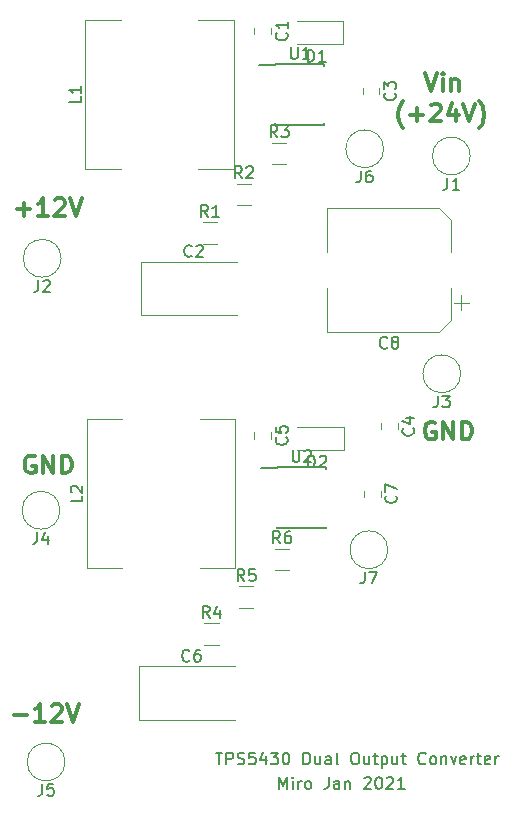
<source format=gbr>
%TF.GenerationSoftware,KiCad,Pcbnew,5.1.6-c6e7f7d~87~ubuntu18.04.1*%
%TF.CreationDate,2021-01-11T16:49:14+13:00*%
%TF.ProjectId,Dual Output Converter,4475616c-204f-4757-9470-757420436f6e,rev?*%
%TF.SameCoordinates,Original*%
%TF.FileFunction,Legend,Top*%
%TF.FilePolarity,Positive*%
%FSLAX46Y46*%
G04 Gerber Fmt 4.6, Leading zero omitted, Abs format (unit mm)*
G04 Created by KiCad (PCBNEW 5.1.6-c6e7f7d~87~ubuntu18.04.1) date 2021-01-11 16:49:14*
%MOMM*%
%LPD*%
G01*
G04 APERTURE LIST*
%ADD10C,0.150000*%
%ADD11C,0.300000*%
%ADD12C,0.120000*%
G04 APERTURE END LIST*
D10*
X89049885Y-120213380D02*
X89049885Y-119213380D01*
X89383219Y-119927666D01*
X89716552Y-119213380D01*
X89716552Y-120213380D01*
X90192742Y-120213380D02*
X90192742Y-119546714D01*
X90192742Y-119213380D02*
X90145123Y-119261000D01*
X90192742Y-119308619D01*
X90240361Y-119261000D01*
X90192742Y-119213380D01*
X90192742Y-119308619D01*
X90668933Y-120213380D02*
X90668933Y-119546714D01*
X90668933Y-119737190D02*
X90716552Y-119641952D01*
X90764171Y-119594333D01*
X90859409Y-119546714D01*
X90954647Y-119546714D01*
X91430838Y-120213380D02*
X91335600Y-120165761D01*
X91287980Y-120118142D01*
X91240361Y-120022904D01*
X91240361Y-119737190D01*
X91287980Y-119641952D01*
X91335600Y-119594333D01*
X91430838Y-119546714D01*
X91573695Y-119546714D01*
X91668933Y-119594333D01*
X91716552Y-119641952D01*
X91764171Y-119737190D01*
X91764171Y-120022904D01*
X91716552Y-120118142D01*
X91668933Y-120165761D01*
X91573695Y-120213380D01*
X91430838Y-120213380D01*
X93240361Y-119213380D02*
X93240361Y-119927666D01*
X93192742Y-120070523D01*
X93097504Y-120165761D01*
X92954647Y-120213380D01*
X92859409Y-120213380D01*
X94145123Y-120213380D02*
X94145123Y-119689571D01*
X94097504Y-119594333D01*
X94002266Y-119546714D01*
X93811790Y-119546714D01*
X93716552Y-119594333D01*
X94145123Y-120165761D02*
X94049885Y-120213380D01*
X93811790Y-120213380D01*
X93716552Y-120165761D01*
X93668933Y-120070523D01*
X93668933Y-119975285D01*
X93716552Y-119880047D01*
X93811790Y-119832428D01*
X94049885Y-119832428D01*
X94145123Y-119784809D01*
X94621314Y-119546714D02*
X94621314Y-120213380D01*
X94621314Y-119641952D02*
X94668933Y-119594333D01*
X94764171Y-119546714D01*
X94907028Y-119546714D01*
X95002266Y-119594333D01*
X95049885Y-119689571D01*
X95049885Y-120213380D01*
X96240361Y-119308619D02*
X96287980Y-119261000D01*
X96383219Y-119213380D01*
X96621314Y-119213380D01*
X96716552Y-119261000D01*
X96764171Y-119308619D01*
X96811790Y-119403857D01*
X96811790Y-119499095D01*
X96764171Y-119641952D01*
X96192742Y-120213380D01*
X96811790Y-120213380D01*
X97430838Y-119213380D02*
X97526076Y-119213380D01*
X97621314Y-119261000D01*
X97668933Y-119308619D01*
X97716552Y-119403857D01*
X97764171Y-119594333D01*
X97764171Y-119832428D01*
X97716552Y-120022904D01*
X97668933Y-120118142D01*
X97621314Y-120165761D01*
X97526076Y-120213380D01*
X97430838Y-120213380D01*
X97335600Y-120165761D01*
X97287980Y-120118142D01*
X97240361Y-120022904D01*
X97192742Y-119832428D01*
X97192742Y-119594333D01*
X97240361Y-119403857D01*
X97287980Y-119308619D01*
X97335600Y-119261000D01*
X97430838Y-119213380D01*
X98145123Y-119308619D02*
X98192742Y-119261000D01*
X98287980Y-119213380D01*
X98526076Y-119213380D01*
X98621314Y-119261000D01*
X98668933Y-119308619D01*
X98716552Y-119403857D01*
X98716552Y-119499095D01*
X98668933Y-119641952D01*
X98097504Y-120213380D01*
X98716552Y-120213380D01*
X99668933Y-120213380D02*
X99097504Y-120213380D01*
X99383219Y-120213380D02*
X99383219Y-119213380D01*
X99287980Y-119356238D01*
X99192742Y-119451476D01*
X99097504Y-119499095D01*
X83680161Y-117130580D02*
X84251590Y-117130580D01*
X83965876Y-118130580D02*
X83965876Y-117130580D01*
X84584923Y-118130580D02*
X84584923Y-117130580D01*
X84965876Y-117130580D01*
X85061114Y-117178200D01*
X85108733Y-117225819D01*
X85156352Y-117321057D01*
X85156352Y-117463914D01*
X85108733Y-117559152D01*
X85061114Y-117606771D01*
X84965876Y-117654390D01*
X84584923Y-117654390D01*
X85537304Y-118082961D02*
X85680161Y-118130580D01*
X85918257Y-118130580D01*
X86013495Y-118082961D01*
X86061114Y-118035342D01*
X86108733Y-117940104D01*
X86108733Y-117844866D01*
X86061114Y-117749628D01*
X86013495Y-117702009D01*
X85918257Y-117654390D01*
X85727780Y-117606771D01*
X85632542Y-117559152D01*
X85584923Y-117511533D01*
X85537304Y-117416295D01*
X85537304Y-117321057D01*
X85584923Y-117225819D01*
X85632542Y-117178200D01*
X85727780Y-117130580D01*
X85965876Y-117130580D01*
X86108733Y-117178200D01*
X87013495Y-117130580D02*
X86537304Y-117130580D01*
X86489685Y-117606771D01*
X86537304Y-117559152D01*
X86632542Y-117511533D01*
X86870638Y-117511533D01*
X86965876Y-117559152D01*
X87013495Y-117606771D01*
X87061114Y-117702009D01*
X87061114Y-117940104D01*
X87013495Y-118035342D01*
X86965876Y-118082961D01*
X86870638Y-118130580D01*
X86632542Y-118130580D01*
X86537304Y-118082961D01*
X86489685Y-118035342D01*
X87918257Y-117463914D02*
X87918257Y-118130580D01*
X87680161Y-117082961D02*
X87442066Y-117797247D01*
X88061114Y-117797247D01*
X88346828Y-117130580D02*
X88965876Y-117130580D01*
X88632542Y-117511533D01*
X88775400Y-117511533D01*
X88870638Y-117559152D01*
X88918257Y-117606771D01*
X88965876Y-117702009D01*
X88965876Y-117940104D01*
X88918257Y-118035342D01*
X88870638Y-118082961D01*
X88775400Y-118130580D01*
X88489685Y-118130580D01*
X88394447Y-118082961D01*
X88346828Y-118035342D01*
X89584923Y-117130580D02*
X89680161Y-117130580D01*
X89775400Y-117178200D01*
X89823019Y-117225819D01*
X89870638Y-117321057D01*
X89918257Y-117511533D01*
X89918257Y-117749628D01*
X89870638Y-117940104D01*
X89823019Y-118035342D01*
X89775400Y-118082961D01*
X89680161Y-118130580D01*
X89584923Y-118130580D01*
X89489685Y-118082961D01*
X89442066Y-118035342D01*
X89394447Y-117940104D01*
X89346828Y-117749628D01*
X89346828Y-117511533D01*
X89394447Y-117321057D01*
X89442066Y-117225819D01*
X89489685Y-117178200D01*
X89584923Y-117130580D01*
X91108733Y-118130580D02*
X91108733Y-117130580D01*
X91346828Y-117130580D01*
X91489685Y-117178200D01*
X91584923Y-117273438D01*
X91632542Y-117368676D01*
X91680161Y-117559152D01*
X91680161Y-117702009D01*
X91632542Y-117892485D01*
X91584923Y-117987723D01*
X91489685Y-118082961D01*
X91346828Y-118130580D01*
X91108733Y-118130580D01*
X92537304Y-117463914D02*
X92537304Y-118130580D01*
X92108733Y-117463914D02*
X92108733Y-117987723D01*
X92156352Y-118082961D01*
X92251590Y-118130580D01*
X92394447Y-118130580D01*
X92489685Y-118082961D01*
X92537304Y-118035342D01*
X93442066Y-118130580D02*
X93442066Y-117606771D01*
X93394447Y-117511533D01*
X93299209Y-117463914D01*
X93108733Y-117463914D01*
X93013495Y-117511533D01*
X93442066Y-118082961D02*
X93346828Y-118130580D01*
X93108733Y-118130580D01*
X93013495Y-118082961D01*
X92965876Y-117987723D01*
X92965876Y-117892485D01*
X93013495Y-117797247D01*
X93108733Y-117749628D01*
X93346828Y-117749628D01*
X93442066Y-117702009D01*
X94061114Y-118130580D02*
X93965876Y-118082961D01*
X93918257Y-117987723D01*
X93918257Y-117130580D01*
X95394447Y-117130580D02*
X95584923Y-117130580D01*
X95680161Y-117178200D01*
X95775400Y-117273438D01*
X95823019Y-117463914D01*
X95823019Y-117797247D01*
X95775400Y-117987723D01*
X95680161Y-118082961D01*
X95584923Y-118130580D01*
X95394447Y-118130580D01*
X95299209Y-118082961D01*
X95203971Y-117987723D01*
X95156352Y-117797247D01*
X95156352Y-117463914D01*
X95203971Y-117273438D01*
X95299209Y-117178200D01*
X95394447Y-117130580D01*
X96680161Y-117463914D02*
X96680161Y-118130580D01*
X96251590Y-117463914D02*
X96251590Y-117987723D01*
X96299209Y-118082961D01*
X96394447Y-118130580D01*
X96537304Y-118130580D01*
X96632542Y-118082961D01*
X96680161Y-118035342D01*
X97013495Y-117463914D02*
X97394447Y-117463914D01*
X97156352Y-117130580D02*
X97156352Y-117987723D01*
X97203971Y-118082961D01*
X97299209Y-118130580D01*
X97394447Y-118130580D01*
X97727780Y-117463914D02*
X97727780Y-118463914D01*
X97727780Y-117511533D02*
X97823019Y-117463914D01*
X98013495Y-117463914D01*
X98108733Y-117511533D01*
X98156352Y-117559152D01*
X98203971Y-117654390D01*
X98203971Y-117940104D01*
X98156352Y-118035342D01*
X98108733Y-118082961D01*
X98013495Y-118130580D01*
X97823019Y-118130580D01*
X97727780Y-118082961D01*
X99061114Y-117463914D02*
X99061114Y-118130580D01*
X98632542Y-117463914D02*
X98632542Y-117987723D01*
X98680161Y-118082961D01*
X98775400Y-118130580D01*
X98918257Y-118130580D01*
X99013495Y-118082961D01*
X99061114Y-118035342D01*
X99394447Y-117463914D02*
X99775400Y-117463914D01*
X99537304Y-117130580D02*
X99537304Y-117987723D01*
X99584923Y-118082961D01*
X99680161Y-118130580D01*
X99775400Y-118130580D01*
X101442066Y-118035342D02*
X101394447Y-118082961D01*
X101251590Y-118130580D01*
X101156352Y-118130580D01*
X101013495Y-118082961D01*
X100918257Y-117987723D01*
X100870638Y-117892485D01*
X100823019Y-117702009D01*
X100823019Y-117559152D01*
X100870638Y-117368676D01*
X100918257Y-117273438D01*
X101013495Y-117178200D01*
X101156352Y-117130580D01*
X101251590Y-117130580D01*
X101394447Y-117178200D01*
X101442066Y-117225819D01*
X102013495Y-118130580D02*
X101918257Y-118082961D01*
X101870638Y-118035342D01*
X101823019Y-117940104D01*
X101823019Y-117654390D01*
X101870638Y-117559152D01*
X101918257Y-117511533D01*
X102013495Y-117463914D01*
X102156352Y-117463914D01*
X102251590Y-117511533D01*
X102299209Y-117559152D01*
X102346828Y-117654390D01*
X102346828Y-117940104D01*
X102299209Y-118035342D01*
X102251590Y-118082961D01*
X102156352Y-118130580D01*
X102013495Y-118130580D01*
X102775400Y-117463914D02*
X102775400Y-118130580D01*
X102775400Y-117559152D02*
X102823019Y-117511533D01*
X102918257Y-117463914D01*
X103061114Y-117463914D01*
X103156352Y-117511533D01*
X103203971Y-117606771D01*
X103203971Y-118130580D01*
X103584923Y-117463914D02*
X103823019Y-118130580D01*
X104061114Y-117463914D01*
X104823019Y-118082961D02*
X104727780Y-118130580D01*
X104537304Y-118130580D01*
X104442066Y-118082961D01*
X104394447Y-117987723D01*
X104394447Y-117606771D01*
X104442066Y-117511533D01*
X104537304Y-117463914D01*
X104727780Y-117463914D01*
X104823019Y-117511533D01*
X104870638Y-117606771D01*
X104870638Y-117702009D01*
X104394447Y-117797247D01*
X105299209Y-118130580D02*
X105299209Y-117463914D01*
X105299209Y-117654390D02*
X105346828Y-117559152D01*
X105394447Y-117511533D01*
X105489685Y-117463914D01*
X105584923Y-117463914D01*
X105775400Y-117463914D02*
X106156352Y-117463914D01*
X105918257Y-117130580D02*
X105918257Y-117987723D01*
X105965876Y-118082961D01*
X106061114Y-118130580D01*
X106156352Y-118130580D01*
X106870638Y-118082961D02*
X106775399Y-118130580D01*
X106584923Y-118130580D01*
X106489685Y-118082961D01*
X106442066Y-117987723D01*
X106442066Y-117606771D01*
X106489685Y-117511533D01*
X106584923Y-117463914D01*
X106775399Y-117463914D01*
X106870638Y-117511533D01*
X106918257Y-117606771D01*
X106918257Y-117702009D01*
X106442066Y-117797247D01*
X107346828Y-118130580D02*
X107346828Y-117463914D01*
X107346828Y-117654390D02*
X107394447Y-117559152D01*
X107442066Y-117511533D01*
X107537304Y-117463914D01*
X107632542Y-117463914D01*
D11*
X102235142Y-89191400D02*
X102092285Y-89119971D01*
X101878000Y-89119971D01*
X101663714Y-89191400D01*
X101520857Y-89334257D01*
X101449428Y-89477114D01*
X101378000Y-89762828D01*
X101378000Y-89977114D01*
X101449428Y-90262828D01*
X101520857Y-90405685D01*
X101663714Y-90548542D01*
X101878000Y-90619971D01*
X102020857Y-90619971D01*
X102235142Y-90548542D01*
X102306571Y-90477114D01*
X102306571Y-89977114D01*
X102020857Y-89977114D01*
X102949428Y-90619971D02*
X102949428Y-89119971D01*
X103806571Y-90619971D01*
X103806571Y-89119971D01*
X104520857Y-90619971D02*
X104520857Y-89119971D01*
X104878000Y-89119971D01*
X105092285Y-89191400D01*
X105235142Y-89334257D01*
X105306571Y-89477114D01*
X105378000Y-89762828D01*
X105378000Y-89977114D01*
X105306571Y-90262828D01*
X105235142Y-90405685D01*
X105092285Y-90548542D01*
X104878000Y-90619971D01*
X104520857Y-90619971D01*
X99554114Y-64267400D02*
X99482685Y-64195971D01*
X99339828Y-63981685D01*
X99268400Y-63838828D01*
X99196971Y-63624542D01*
X99125542Y-63267400D01*
X99125542Y-62981685D01*
X99196971Y-62624542D01*
X99268400Y-62410257D01*
X99339828Y-62267400D01*
X99482685Y-62053114D01*
X99554114Y-61981685D01*
X100125542Y-63124542D02*
X101268400Y-63124542D01*
X100696971Y-63695971D02*
X100696971Y-62553114D01*
X101911257Y-62338828D02*
X101982685Y-62267400D01*
X102125542Y-62195971D01*
X102482685Y-62195971D01*
X102625542Y-62267400D01*
X102696971Y-62338828D01*
X102768400Y-62481685D01*
X102768400Y-62624542D01*
X102696971Y-62838828D01*
X101839828Y-63695971D01*
X102768400Y-63695971D01*
X104054114Y-62695971D02*
X104054114Y-63695971D01*
X103696971Y-62124542D02*
X103339828Y-63195971D01*
X104268400Y-63195971D01*
X104625542Y-62195971D02*
X105125542Y-63695971D01*
X105625542Y-62195971D01*
X105982685Y-64267400D02*
X106054114Y-64195971D01*
X106196971Y-63981685D01*
X106268400Y-63838828D01*
X106339828Y-63624542D01*
X106411257Y-63267400D01*
X106411257Y-62981685D01*
X106339828Y-62624542D01*
X106268400Y-62410257D01*
X106196971Y-62267400D01*
X106054114Y-62053114D01*
X105982685Y-61981685D01*
X101410485Y-59579771D02*
X101910485Y-61079771D01*
X102410485Y-59579771D01*
X102910485Y-61079771D02*
X102910485Y-60079771D01*
X102910485Y-59579771D02*
X102839057Y-59651200D01*
X102910485Y-59722628D01*
X102981914Y-59651200D01*
X102910485Y-59579771D01*
X102910485Y-59722628D01*
X103624771Y-60079771D02*
X103624771Y-61079771D01*
X103624771Y-60222628D02*
X103696200Y-60151200D01*
X103839057Y-60079771D01*
X104053342Y-60079771D01*
X104196200Y-60151200D01*
X104267628Y-60294057D01*
X104267628Y-61079771D01*
X68351542Y-92061600D02*
X68208685Y-91990171D01*
X67994400Y-91990171D01*
X67780114Y-92061600D01*
X67637257Y-92204457D01*
X67565828Y-92347314D01*
X67494400Y-92633028D01*
X67494400Y-92847314D01*
X67565828Y-93133028D01*
X67637257Y-93275885D01*
X67780114Y-93418742D01*
X67994400Y-93490171D01*
X68137257Y-93490171D01*
X68351542Y-93418742D01*
X68422971Y-93347314D01*
X68422971Y-92847314D01*
X68137257Y-92847314D01*
X69065828Y-93490171D02*
X69065828Y-91990171D01*
X69922971Y-93490171D01*
X69922971Y-91990171D01*
X70637257Y-93490171D02*
X70637257Y-91990171D01*
X70994400Y-91990171D01*
X71208685Y-92061600D01*
X71351542Y-92204457D01*
X71422971Y-92347314D01*
X71494400Y-92633028D01*
X71494400Y-92847314D01*
X71422971Y-93133028D01*
X71351542Y-93275885D01*
X71208685Y-93418742D01*
X70994400Y-93490171D01*
X70637257Y-93490171D01*
X66597542Y-113949942D02*
X67740400Y-113949942D01*
X69240400Y-114521371D02*
X68383257Y-114521371D01*
X68811828Y-114521371D02*
X68811828Y-113021371D01*
X68668971Y-113235657D01*
X68526114Y-113378514D01*
X68383257Y-113449942D01*
X69811828Y-113164228D02*
X69883257Y-113092800D01*
X70026114Y-113021371D01*
X70383257Y-113021371D01*
X70526114Y-113092800D01*
X70597542Y-113164228D01*
X70668971Y-113307085D01*
X70668971Y-113449942D01*
X70597542Y-113664228D01*
X69740400Y-114521371D01*
X70668971Y-114521371D01*
X71097542Y-113021371D02*
X71597542Y-114521371D01*
X72097542Y-113021371D01*
X66851542Y-71150942D02*
X67994400Y-71150942D01*
X67422971Y-71722371D02*
X67422971Y-70579514D01*
X69494400Y-71722371D02*
X68637257Y-71722371D01*
X69065828Y-71722371D02*
X69065828Y-70222371D01*
X68922971Y-70436657D01*
X68780114Y-70579514D01*
X68637257Y-70650942D01*
X70065828Y-70365228D02*
X70137257Y-70293800D01*
X70280114Y-70222371D01*
X70637257Y-70222371D01*
X70780114Y-70293800D01*
X70851542Y-70365228D01*
X70922971Y-70508085D01*
X70922971Y-70650942D01*
X70851542Y-70865228D01*
X69994400Y-71722371D01*
X70922971Y-71722371D01*
X71351542Y-70222371D02*
X71851542Y-71722371D01*
X72351542Y-70222371D01*
D12*
%TO.C,C1*%
X86945400Y-55773822D02*
X86945400Y-56290978D01*
X88365400Y-55773822D02*
X88365400Y-56290978D01*
%TO.C,C3*%
X96114800Y-60881522D02*
X96114800Y-61398678D01*
X97534800Y-60881522D02*
X97534800Y-61398678D01*
%TO.C,C4*%
X99084200Y-89253322D02*
X99084200Y-89770478D01*
X97664200Y-89253322D02*
X97664200Y-89770478D01*
%TO.C,C5*%
X86945400Y-90027522D02*
X86945400Y-90544678D01*
X88365400Y-90027522D02*
X88365400Y-90544678D01*
%TO.C,C7*%
X97636400Y-94955122D02*
X97636400Y-95472278D01*
X96216400Y-94955122D02*
X96216400Y-95472278D01*
%TO.C,C8*%
X93102000Y-71016200D02*
X93102000Y-74766200D01*
X93102000Y-81536200D02*
X93102000Y-77786200D01*
X102557563Y-81536200D02*
X93102000Y-81536200D01*
X102557563Y-71016200D02*
X93102000Y-71016200D01*
X103622000Y-72080637D02*
X103622000Y-74766200D01*
X103622000Y-80471763D02*
X103622000Y-77786200D01*
X103622000Y-80471763D02*
X102557563Y-81536200D01*
X103622000Y-72080637D02*
X102557563Y-71016200D01*
X105112000Y-79036200D02*
X103862000Y-79036200D01*
X104487000Y-79661200D02*
X104487000Y-78411200D01*
%TO.C,D1*%
X94453000Y-57184800D02*
X90553000Y-57184800D01*
X94453000Y-55184800D02*
X90553000Y-55184800D01*
X94453000Y-57184800D02*
X94453000Y-55184800D01*
%TO.C,D2*%
X94502800Y-91537800D02*
X94502800Y-89537800D01*
X94502800Y-89537800D02*
X90602800Y-89537800D01*
X94502800Y-91537800D02*
X90602800Y-91537800D01*
%TO.C,J1*%
X105232781Y-66624200D02*
G75*
G03*
X105232781Y-66624200I-1600781J0D01*
G01*
%TO.C,J2*%
X70587181Y-75285600D02*
G75*
G03*
X70587181Y-75285600I-1600781J0D01*
G01*
%TO.C,J3*%
X104419981Y-85064600D02*
G75*
G03*
X104419981Y-85064600I-1600781J0D01*
G01*
%TO.C,J4*%
X70485581Y-96621600D02*
G75*
G03*
X70485581Y-96621600I-1600781J0D01*
G01*
%TO.C,J5*%
X70917381Y-117932200D02*
G75*
G03*
X70917381Y-117932200I-1600781J0D01*
G01*
%TO.C,J6*%
X97892181Y-66014600D02*
G75*
G03*
X97892181Y-66014600I-1600781J0D01*
G01*
%TO.C,J7*%
X98247781Y-99961200D02*
G75*
G03*
X98247781Y-99961200I-1600781J0D01*
G01*
%TO.C,L1*%
X72617800Y-55120200D02*
X75617800Y-55120200D01*
X72617800Y-67720200D02*
X72617800Y-55120200D01*
X75617800Y-67720200D02*
X72617800Y-67720200D01*
X85217800Y-67720200D02*
X82217800Y-67720200D01*
X85217800Y-55120200D02*
X85217800Y-67720200D01*
X82217800Y-55120200D02*
X85217800Y-55120200D01*
%TO.C,L2*%
X82344800Y-88914400D02*
X85344800Y-88914400D01*
X85344800Y-88914400D02*
X85344800Y-101514400D01*
X85344800Y-101514400D02*
X82344800Y-101514400D01*
X75744800Y-101514400D02*
X72744800Y-101514400D01*
X72744800Y-101514400D02*
X72744800Y-88914400D01*
X72744800Y-88914400D02*
X75744800Y-88914400D01*
%TO.C,R1*%
X82579936Y-74062000D02*
X83784064Y-74062000D01*
X82579936Y-72242000D02*
X83784064Y-72242000D01*
D10*
%TO.C,U1*%
X88730000Y-58917600D02*
X87330000Y-58917600D01*
X88730000Y-64017600D02*
X92880000Y-64017600D01*
X88730000Y-58867600D02*
X92880000Y-58867600D01*
X88730000Y-64017600D02*
X88730000Y-63872600D01*
X92880000Y-64017600D02*
X92880000Y-63872600D01*
X92880000Y-58867600D02*
X92880000Y-59012600D01*
X88730000Y-58867600D02*
X88730000Y-58917600D01*
%TO.C,U2*%
X88882400Y-92992000D02*
X88882400Y-93042000D01*
X93032400Y-92992000D02*
X93032400Y-93137000D01*
X93032400Y-98142000D02*
X93032400Y-97997000D01*
X88882400Y-98142000D02*
X88882400Y-97997000D01*
X88882400Y-92992000D02*
X93032400Y-92992000D01*
X88882400Y-98142000D02*
X93032400Y-98142000D01*
X88882400Y-93042000D02*
X87482400Y-93042000D01*
D12*
%TO.C,C2*%
X85451700Y-75565600D02*
X77391700Y-75565600D01*
X77391700Y-75565600D02*
X77391700Y-80085600D01*
X77391700Y-80085600D02*
X85451700Y-80085600D01*
%TO.C,C6*%
X77213900Y-114337000D02*
X85273900Y-114337000D01*
X77213900Y-109817000D02*
X77213900Y-114337000D01*
X85273900Y-109817000D02*
X77213900Y-109817000D01*
%TO.C,R2*%
X85464236Y-70785400D02*
X86668364Y-70785400D01*
X85464236Y-68965400D02*
X86668364Y-68965400D01*
%TO.C,R3*%
X88461436Y-65485600D02*
X89665564Y-65485600D01*
X88461436Y-67305600D02*
X89665564Y-67305600D01*
%TO.C,R4*%
X82721036Y-108008600D02*
X83925164Y-108008600D01*
X82721036Y-106188600D02*
X83925164Y-106188600D01*
%TO.C,R5*%
X85667436Y-103064400D02*
X86871564Y-103064400D01*
X85667436Y-104884400D02*
X86871564Y-104884400D01*
%TO.C,R6*%
X88690036Y-101684000D02*
X89894164Y-101684000D01*
X88690036Y-99864000D02*
X89894164Y-99864000D01*
%TO.C,C1*%
D10*
X89662542Y-56199066D02*
X89710161Y-56246685D01*
X89757780Y-56389542D01*
X89757780Y-56484780D01*
X89710161Y-56627638D01*
X89614923Y-56722876D01*
X89519685Y-56770495D01*
X89329209Y-56818114D01*
X89186352Y-56818114D01*
X88995876Y-56770495D01*
X88900638Y-56722876D01*
X88805400Y-56627638D01*
X88757780Y-56484780D01*
X88757780Y-56389542D01*
X88805400Y-56246685D01*
X88853019Y-56199066D01*
X89757780Y-55246685D02*
X89757780Y-55818114D01*
X89757780Y-55532400D02*
X88757780Y-55532400D01*
X88900638Y-55627638D01*
X88995876Y-55722876D01*
X89043495Y-55818114D01*
%TO.C,C3*%
X98831942Y-61306766D02*
X98879561Y-61354385D01*
X98927180Y-61497242D01*
X98927180Y-61592480D01*
X98879561Y-61735338D01*
X98784323Y-61830576D01*
X98689085Y-61878195D01*
X98498609Y-61925814D01*
X98355752Y-61925814D01*
X98165276Y-61878195D01*
X98070038Y-61830576D01*
X97974800Y-61735338D01*
X97927180Y-61592480D01*
X97927180Y-61497242D01*
X97974800Y-61354385D01*
X98022419Y-61306766D01*
X97927180Y-60973433D02*
X97927180Y-60354385D01*
X98308133Y-60687719D01*
X98308133Y-60544861D01*
X98355752Y-60449623D01*
X98403371Y-60402004D01*
X98498609Y-60354385D01*
X98736704Y-60354385D01*
X98831942Y-60402004D01*
X98879561Y-60449623D01*
X98927180Y-60544861D01*
X98927180Y-60830576D01*
X98879561Y-60925814D01*
X98831942Y-60973433D01*
%TO.C,C4*%
X100381342Y-89678566D02*
X100428961Y-89726185D01*
X100476580Y-89869042D01*
X100476580Y-89964280D01*
X100428961Y-90107138D01*
X100333723Y-90202376D01*
X100238485Y-90249995D01*
X100048009Y-90297614D01*
X99905152Y-90297614D01*
X99714676Y-90249995D01*
X99619438Y-90202376D01*
X99524200Y-90107138D01*
X99476580Y-89964280D01*
X99476580Y-89869042D01*
X99524200Y-89726185D01*
X99571819Y-89678566D01*
X99809914Y-88821423D02*
X100476580Y-88821423D01*
X99428961Y-89059519D02*
X100143247Y-89297614D01*
X100143247Y-88678566D01*
%TO.C,C5*%
X89662542Y-90452766D02*
X89710161Y-90500385D01*
X89757780Y-90643242D01*
X89757780Y-90738480D01*
X89710161Y-90881338D01*
X89614923Y-90976576D01*
X89519685Y-91024195D01*
X89329209Y-91071814D01*
X89186352Y-91071814D01*
X88995876Y-91024195D01*
X88900638Y-90976576D01*
X88805400Y-90881338D01*
X88757780Y-90738480D01*
X88757780Y-90643242D01*
X88805400Y-90500385D01*
X88853019Y-90452766D01*
X88757780Y-89548004D02*
X88757780Y-90024195D01*
X89233971Y-90071814D01*
X89186352Y-90024195D01*
X89138733Y-89928957D01*
X89138733Y-89690861D01*
X89186352Y-89595623D01*
X89233971Y-89548004D01*
X89329209Y-89500385D01*
X89567304Y-89500385D01*
X89662542Y-89548004D01*
X89710161Y-89595623D01*
X89757780Y-89690861D01*
X89757780Y-89928957D01*
X89710161Y-90024195D01*
X89662542Y-90071814D01*
%TO.C,C7*%
X98933542Y-95380366D02*
X98981161Y-95427985D01*
X99028780Y-95570842D01*
X99028780Y-95666080D01*
X98981161Y-95808938D01*
X98885923Y-95904176D01*
X98790685Y-95951795D01*
X98600209Y-95999414D01*
X98457352Y-95999414D01*
X98266876Y-95951795D01*
X98171638Y-95904176D01*
X98076400Y-95808938D01*
X98028780Y-95666080D01*
X98028780Y-95570842D01*
X98076400Y-95427985D01*
X98124019Y-95380366D01*
X98028780Y-95047033D02*
X98028780Y-94380366D01*
X99028780Y-94808938D01*
%TO.C,C8*%
X98195333Y-82833342D02*
X98147714Y-82880961D01*
X98004857Y-82928580D01*
X97909619Y-82928580D01*
X97766761Y-82880961D01*
X97671523Y-82785723D01*
X97623904Y-82690485D01*
X97576285Y-82500009D01*
X97576285Y-82357152D01*
X97623904Y-82166676D01*
X97671523Y-82071438D01*
X97766761Y-81976200D01*
X97909619Y-81928580D01*
X98004857Y-81928580D01*
X98147714Y-81976200D01*
X98195333Y-82023819D01*
X98766761Y-82357152D02*
X98671523Y-82309533D01*
X98623904Y-82261914D01*
X98576285Y-82166676D01*
X98576285Y-82119057D01*
X98623904Y-82023819D01*
X98671523Y-81976200D01*
X98766761Y-81928580D01*
X98957238Y-81928580D01*
X99052476Y-81976200D01*
X99100095Y-82023819D01*
X99147714Y-82119057D01*
X99147714Y-82166676D01*
X99100095Y-82261914D01*
X99052476Y-82309533D01*
X98957238Y-82357152D01*
X98766761Y-82357152D01*
X98671523Y-82404771D01*
X98623904Y-82452390D01*
X98576285Y-82547628D01*
X98576285Y-82738104D01*
X98623904Y-82833342D01*
X98671523Y-82880961D01*
X98766761Y-82928580D01*
X98957238Y-82928580D01*
X99052476Y-82880961D01*
X99100095Y-82833342D01*
X99147714Y-82738104D01*
X99147714Y-82547628D01*
X99100095Y-82452390D01*
X99052476Y-82404771D01*
X98957238Y-82357152D01*
%TO.C,D1*%
X91464904Y-58637180D02*
X91464904Y-57637180D01*
X91703000Y-57637180D01*
X91845857Y-57684800D01*
X91941095Y-57780038D01*
X91988714Y-57875276D01*
X92036333Y-58065752D01*
X92036333Y-58208609D01*
X91988714Y-58399085D01*
X91941095Y-58494323D01*
X91845857Y-58589561D01*
X91703000Y-58637180D01*
X91464904Y-58637180D01*
X92988714Y-58637180D02*
X92417285Y-58637180D01*
X92703000Y-58637180D02*
X92703000Y-57637180D01*
X92607761Y-57780038D01*
X92512523Y-57875276D01*
X92417285Y-57922895D01*
%TO.C,D2*%
X91514704Y-92990180D02*
X91514704Y-91990180D01*
X91752800Y-91990180D01*
X91895657Y-92037800D01*
X91990895Y-92133038D01*
X92038514Y-92228276D01*
X92086133Y-92418752D01*
X92086133Y-92561609D01*
X92038514Y-92752085D01*
X91990895Y-92847323D01*
X91895657Y-92942561D01*
X91752800Y-92990180D01*
X91514704Y-92990180D01*
X92467085Y-92085419D02*
X92514704Y-92037800D01*
X92609942Y-91990180D01*
X92848038Y-91990180D01*
X92943276Y-92037800D01*
X92990895Y-92085419D01*
X93038514Y-92180657D01*
X93038514Y-92275895D01*
X92990895Y-92418752D01*
X92419466Y-92990180D01*
X93038514Y-92990180D01*
%TO.C,J1*%
X103298666Y-68476580D02*
X103298666Y-69190866D01*
X103251047Y-69333723D01*
X103155809Y-69428961D01*
X103012952Y-69476580D01*
X102917714Y-69476580D01*
X104298666Y-69476580D02*
X103727238Y-69476580D01*
X104012952Y-69476580D02*
X104012952Y-68476580D01*
X103917714Y-68619438D01*
X103822476Y-68714676D01*
X103727238Y-68762295D01*
%TO.C,J2*%
X68653066Y-77137980D02*
X68653066Y-77852266D01*
X68605447Y-77995123D01*
X68510209Y-78090361D01*
X68367352Y-78137980D01*
X68272114Y-78137980D01*
X69081638Y-77233219D02*
X69129257Y-77185600D01*
X69224495Y-77137980D01*
X69462590Y-77137980D01*
X69557828Y-77185600D01*
X69605447Y-77233219D01*
X69653066Y-77328457D01*
X69653066Y-77423695D01*
X69605447Y-77566552D01*
X69034019Y-78137980D01*
X69653066Y-78137980D01*
%TO.C,J3*%
X102485866Y-86916980D02*
X102485866Y-87631266D01*
X102438247Y-87774123D01*
X102343009Y-87869361D01*
X102200152Y-87916980D01*
X102104914Y-87916980D01*
X102866819Y-86916980D02*
X103485866Y-86916980D01*
X103152533Y-87297933D01*
X103295390Y-87297933D01*
X103390628Y-87345552D01*
X103438247Y-87393171D01*
X103485866Y-87488409D01*
X103485866Y-87726504D01*
X103438247Y-87821742D01*
X103390628Y-87869361D01*
X103295390Y-87916980D01*
X103009676Y-87916980D01*
X102914438Y-87869361D01*
X102866819Y-87821742D01*
%TO.C,J4*%
X68551466Y-98473980D02*
X68551466Y-99188266D01*
X68503847Y-99331123D01*
X68408609Y-99426361D01*
X68265752Y-99473980D01*
X68170514Y-99473980D01*
X69456228Y-98807314D02*
X69456228Y-99473980D01*
X69218133Y-98426361D02*
X68980038Y-99140647D01*
X69599085Y-99140647D01*
%TO.C,J5*%
X68983266Y-119784580D02*
X68983266Y-120498866D01*
X68935647Y-120641723D01*
X68840409Y-120736961D01*
X68697552Y-120784580D01*
X68602314Y-120784580D01*
X69935647Y-119784580D02*
X69459457Y-119784580D01*
X69411838Y-120260771D01*
X69459457Y-120213152D01*
X69554695Y-120165533D01*
X69792790Y-120165533D01*
X69888028Y-120213152D01*
X69935647Y-120260771D01*
X69983266Y-120356009D01*
X69983266Y-120594104D01*
X69935647Y-120689342D01*
X69888028Y-120736961D01*
X69792790Y-120784580D01*
X69554695Y-120784580D01*
X69459457Y-120736961D01*
X69411838Y-120689342D01*
%TO.C,J6*%
X95958066Y-67866980D02*
X95958066Y-68581266D01*
X95910447Y-68724123D01*
X95815209Y-68819361D01*
X95672352Y-68866980D01*
X95577114Y-68866980D01*
X96862828Y-67866980D02*
X96672352Y-67866980D01*
X96577114Y-67914600D01*
X96529495Y-67962219D01*
X96434257Y-68105076D01*
X96386638Y-68295552D01*
X96386638Y-68676504D01*
X96434257Y-68771742D01*
X96481876Y-68819361D01*
X96577114Y-68866980D01*
X96767590Y-68866980D01*
X96862828Y-68819361D01*
X96910447Y-68771742D01*
X96958066Y-68676504D01*
X96958066Y-68438409D01*
X96910447Y-68343171D01*
X96862828Y-68295552D01*
X96767590Y-68247933D01*
X96577114Y-68247933D01*
X96481876Y-68295552D01*
X96434257Y-68343171D01*
X96386638Y-68438409D01*
%TO.C,J7*%
X96313666Y-101813580D02*
X96313666Y-102527866D01*
X96266047Y-102670723D01*
X96170809Y-102765961D01*
X96027952Y-102813580D01*
X95932714Y-102813580D01*
X96694619Y-101813580D02*
X97361285Y-101813580D01*
X96932714Y-102813580D01*
%TO.C,L1*%
X72270180Y-61586866D02*
X72270180Y-62063057D01*
X71270180Y-62063057D01*
X72270180Y-60729723D02*
X72270180Y-61301152D01*
X72270180Y-61015438D02*
X71270180Y-61015438D01*
X71413038Y-61110676D01*
X71508276Y-61205914D01*
X71555895Y-61301152D01*
%TO.C,L2*%
X72397180Y-95381066D02*
X72397180Y-95857257D01*
X71397180Y-95857257D01*
X71492419Y-95095352D02*
X71444800Y-95047733D01*
X71397180Y-94952495D01*
X71397180Y-94714400D01*
X71444800Y-94619161D01*
X71492419Y-94571542D01*
X71587657Y-94523923D01*
X71682895Y-94523923D01*
X71825752Y-94571542D01*
X72397180Y-95142971D01*
X72397180Y-94523923D01*
%TO.C,R1*%
X83015333Y-71784380D02*
X82682000Y-71308190D01*
X82443904Y-71784380D02*
X82443904Y-70784380D01*
X82824857Y-70784380D01*
X82920095Y-70832000D01*
X82967714Y-70879619D01*
X83015333Y-70974857D01*
X83015333Y-71117714D01*
X82967714Y-71212952D01*
X82920095Y-71260571D01*
X82824857Y-71308190D01*
X82443904Y-71308190D01*
X83967714Y-71784380D02*
X83396285Y-71784380D01*
X83682000Y-71784380D02*
X83682000Y-70784380D01*
X83586761Y-70927238D01*
X83491523Y-71022476D01*
X83396285Y-71070095D01*
%TO.C,U1*%
X90043095Y-57394980D02*
X90043095Y-58204504D01*
X90090714Y-58299742D01*
X90138333Y-58347361D01*
X90233571Y-58394980D01*
X90424047Y-58394980D01*
X90519285Y-58347361D01*
X90566904Y-58299742D01*
X90614523Y-58204504D01*
X90614523Y-57394980D01*
X91614523Y-58394980D02*
X91043095Y-58394980D01*
X91328809Y-58394980D02*
X91328809Y-57394980D01*
X91233571Y-57537838D01*
X91138333Y-57633076D01*
X91043095Y-57680695D01*
%TO.C,U2*%
X90195495Y-91519380D02*
X90195495Y-92328904D01*
X90243114Y-92424142D01*
X90290733Y-92471761D01*
X90385971Y-92519380D01*
X90576447Y-92519380D01*
X90671685Y-92471761D01*
X90719304Y-92424142D01*
X90766923Y-92328904D01*
X90766923Y-91519380D01*
X91195495Y-91614619D02*
X91243114Y-91567000D01*
X91338352Y-91519380D01*
X91576447Y-91519380D01*
X91671685Y-91567000D01*
X91719304Y-91614619D01*
X91766923Y-91709857D01*
X91766923Y-91805095D01*
X91719304Y-91947952D01*
X91147876Y-92519380D01*
X91766923Y-92519380D01*
%TO.C,C2*%
X81635033Y-75082742D02*
X81587414Y-75130361D01*
X81444557Y-75177980D01*
X81349319Y-75177980D01*
X81206461Y-75130361D01*
X81111223Y-75035123D01*
X81063604Y-74939885D01*
X81015985Y-74749409D01*
X81015985Y-74606552D01*
X81063604Y-74416076D01*
X81111223Y-74320838D01*
X81206461Y-74225600D01*
X81349319Y-74177980D01*
X81444557Y-74177980D01*
X81587414Y-74225600D01*
X81635033Y-74273219D01*
X82015985Y-74273219D02*
X82063604Y-74225600D01*
X82158842Y-74177980D01*
X82396938Y-74177980D01*
X82492176Y-74225600D01*
X82539795Y-74273219D01*
X82587414Y-74368457D01*
X82587414Y-74463695D01*
X82539795Y-74606552D01*
X81968366Y-75177980D01*
X82587414Y-75177980D01*
%TO.C,C6*%
X81457233Y-109334142D02*
X81409614Y-109381761D01*
X81266757Y-109429380D01*
X81171519Y-109429380D01*
X81028661Y-109381761D01*
X80933423Y-109286523D01*
X80885804Y-109191285D01*
X80838185Y-109000809D01*
X80838185Y-108857952D01*
X80885804Y-108667476D01*
X80933423Y-108572238D01*
X81028661Y-108477000D01*
X81171519Y-108429380D01*
X81266757Y-108429380D01*
X81409614Y-108477000D01*
X81457233Y-108524619D01*
X82314376Y-108429380D02*
X82123900Y-108429380D01*
X82028661Y-108477000D01*
X81981042Y-108524619D01*
X81885804Y-108667476D01*
X81838185Y-108857952D01*
X81838185Y-109238904D01*
X81885804Y-109334142D01*
X81933423Y-109381761D01*
X82028661Y-109429380D01*
X82219138Y-109429380D01*
X82314376Y-109381761D01*
X82361995Y-109334142D01*
X82409614Y-109238904D01*
X82409614Y-109000809D01*
X82361995Y-108905571D01*
X82314376Y-108857952D01*
X82219138Y-108810333D01*
X82028661Y-108810333D01*
X81933423Y-108857952D01*
X81885804Y-108905571D01*
X81838185Y-109000809D01*
%TO.C,R2*%
X85899633Y-68507780D02*
X85566300Y-68031590D01*
X85328204Y-68507780D02*
X85328204Y-67507780D01*
X85709157Y-67507780D01*
X85804395Y-67555400D01*
X85852014Y-67603019D01*
X85899633Y-67698257D01*
X85899633Y-67841114D01*
X85852014Y-67936352D01*
X85804395Y-67983971D01*
X85709157Y-68031590D01*
X85328204Y-68031590D01*
X86280585Y-67603019D02*
X86328204Y-67555400D01*
X86423442Y-67507780D01*
X86661538Y-67507780D01*
X86756776Y-67555400D01*
X86804395Y-67603019D01*
X86852014Y-67698257D01*
X86852014Y-67793495D01*
X86804395Y-67936352D01*
X86232966Y-68507780D01*
X86852014Y-68507780D01*
%TO.C,R3*%
X88896833Y-65027980D02*
X88563500Y-64551790D01*
X88325404Y-65027980D02*
X88325404Y-64027980D01*
X88706357Y-64027980D01*
X88801595Y-64075600D01*
X88849214Y-64123219D01*
X88896833Y-64218457D01*
X88896833Y-64361314D01*
X88849214Y-64456552D01*
X88801595Y-64504171D01*
X88706357Y-64551790D01*
X88325404Y-64551790D01*
X89230166Y-64027980D02*
X89849214Y-64027980D01*
X89515880Y-64408933D01*
X89658738Y-64408933D01*
X89753976Y-64456552D01*
X89801595Y-64504171D01*
X89849214Y-64599409D01*
X89849214Y-64837504D01*
X89801595Y-64932742D01*
X89753976Y-64980361D01*
X89658738Y-65027980D01*
X89373023Y-65027980D01*
X89277785Y-64980361D01*
X89230166Y-64932742D01*
%TO.C,R4*%
X83156433Y-105730980D02*
X82823100Y-105254790D01*
X82585004Y-105730980D02*
X82585004Y-104730980D01*
X82965957Y-104730980D01*
X83061195Y-104778600D01*
X83108814Y-104826219D01*
X83156433Y-104921457D01*
X83156433Y-105064314D01*
X83108814Y-105159552D01*
X83061195Y-105207171D01*
X82965957Y-105254790D01*
X82585004Y-105254790D01*
X84013576Y-105064314D02*
X84013576Y-105730980D01*
X83775480Y-104683361D02*
X83537385Y-105397647D01*
X84156433Y-105397647D01*
%TO.C,R5*%
X86102833Y-102606780D02*
X85769500Y-102130590D01*
X85531404Y-102606780D02*
X85531404Y-101606780D01*
X85912357Y-101606780D01*
X86007595Y-101654400D01*
X86055214Y-101702019D01*
X86102833Y-101797257D01*
X86102833Y-101940114D01*
X86055214Y-102035352D01*
X86007595Y-102082971D01*
X85912357Y-102130590D01*
X85531404Y-102130590D01*
X87007595Y-101606780D02*
X86531404Y-101606780D01*
X86483785Y-102082971D01*
X86531404Y-102035352D01*
X86626642Y-101987733D01*
X86864738Y-101987733D01*
X86959976Y-102035352D01*
X87007595Y-102082971D01*
X87055214Y-102178209D01*
X87055214Y-102416304D01*
X87007595Y-102511542D01*
X86959976Y-102559161D01*
X86864738Y-102606780D01*
X86626642Y-102606780D01*
X86531404Y-102559161D01*
X86483785Y-102511542D01*
%TO.C,R6*%
X89125433Y-99406380D02*
X88792100Y-98930190D01*
X88554004Y-99406380D02*
X88554004Y-98406380D01*
X88934957Y-98406380D01*
X89030195Y-98454000D01*
X89077814Y-98501619D01*
X89125433Y-98596857D01*
X89125433Y-98739714D01*
X89077814Y-98834952D01*
X89030195Y-98882571D01*
X88934957Y-98930190D01*
X88554004Y-98930190D01*
X89982576Y-98406380D02*
X89792100Y-98406380D01*
X89696861Y-98454000D01*
X89649242Y-98501619D01*
X89554004Y-98644476D01*
X89506385Y-98834952D01*
X89506385Y-99215904D01*
X89554004Y-99311142D01*
X89601623Y-99358761D01*
X89696861Y-99406380D01*
X89887338Y-99406380D01*
X89982576Y-99358761D01*
X90030195Y-99311142D01*
X90077814Y-99215904D01*
X90077814Y-98977809D01*
X90030195Y-98882571D01*
X89982576Y-98834952D01*
X89887338Y-98787333D01*
X89696861Y-98787333D01*
X89601623Y-98834952D01*
X89554004Y-98882571D01*
X89506385Y-98977809D01*
%TD*%
M02*

</source>
